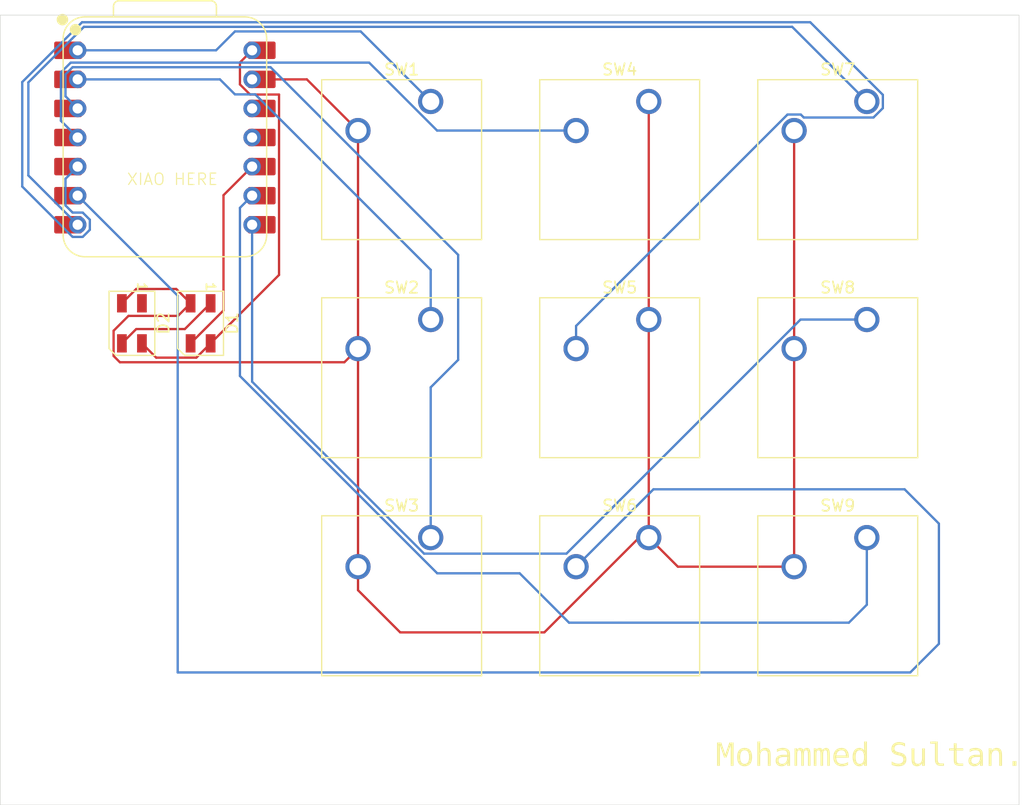
<source format=kicad_pcb>
(kicad_pcb (version 20241229) (generator "pcbnew") (generator_version "9.0")
  (layers (0 "F.Cu" signal) (2 "B.Cu" signal) (13 "F.Paste" user) (15 "B.Paste" user) (5 "F.SilkS" user "F.Silkscreen") (7 "B.SilkS" user "B.Silkscreen") (1 "F.Mask" user) (3 "B.Mask" user) (25 "Edge.Cuts" user))
  (net 0 "")
  (net 1 "+5V")
  (net 2 "Net-(D1-DIN)")
  (net 3 "GND")
  (net 4 "Net-(D1-DOUT)")
  (net 6 "Net-(U1-GPIO26{slash}ADC0{slash}A0)")
  (net 7 "Net-(U1-GPIO27{slash}ADC1{slash}A1)")
  (net 8 "Net-(U1-GPIO28{slash}ADC2{slash}A2)")
  (net 9 "Net-(U1-GPIO29{slash}ADC3{slash}A3)")
  (net 10 "Net-(U1-GPIO6{slash}SDA)")
  (net 11 "Net-(U1-GPIO7{slash}SCL)")
  (net 12 "Net-(U1-GPIO0{slash}TX)")
  (net 13 "Net-(U1-GPIO1{slash}RX)")
  (net 14 "Net-(U1-GPIO2{slash}SCK)")
  (footprint "LED_SMD:LED_SK6812MINI_PLCC4_3.5x3.5mm_P1.75mm" (layer "F.Cu") (at 95.5 90.5 -90)
    (property "Reference" "D2" (at 0 -2.75 90) (layer "F.SilkS"))
    (property "Value" "SK6812MINI")
    (fp_line (start -2.8 2) (end 2.2 2) (stroke (width 0.12)) (layer "F.SilkS"))
    (fp_line (start 2.8 1.4) (end 2.2 2) (stroke (width 0.12)) (layer "F.SilkS"))
    (fp_line (start 2.8 1.4) (end 2.8 -2) (stroke (width 0.12)) (layer "F.SilkS"))
    (fp_line (start -2.8 -2) (end -2.8 2) (stroke (width 0.12)) (layer "F.SilkS"))
    (fp_line (start -2.8 -2) (end 2.8 -2) (stroke (width 0.12)) (layer "F.SilkS"))
    (fp_text user "1" (at -3.2 -0.875 270) (layer "F.SilkS") (effects (font (size 0.8 0.8))))
    (pad "1" smd rect (at -1.75 -0.875 270) (size 1.6 0.85) (layers "F.Cu" "F.Mask" "F.Paste"))
    (pad "2" smd rect (at -1.75 0.875 270) (size 1.6 0.85) (layers "F.Cu" "F.Mask" "F.Paste") (net 3 "GND"))
    (pad "3" smd rect (at 1.75 0.875 270) (size 1.6 0.85) (layers "F.Cu" "F.Mask" "F.Paste") (net 4 "Net-(D1-DOUT)"))
    (pad "4" smd rect (at 1.75 -0.875 270) (size 1.6 0.85) (layers "F.Cu" "F.Mask" "F.Paste") (net 1 "+5V"))
  )
  (footprint "Button_Switch_Keyboard:SW_Cherry_MX_1.00u_PCB" (layer "F.Cu") (at 159.7025 109.22)
    (property "Reference" "SW9" (at -2.54 -2.794 0) (layer "F.SilkS"))
    (property "Value" "SW_Push")
    (fp_line (start -9.525 -1.905) (end 4.445 -1.905) (stroke (width 0.12)) (layer "F.SilkS"))
    (fp_line (start -9.525 12.065) (end -9.525 -1.905) (stroke (width 0.12)) (layer "F.SilkS"))
    (fp_line (start 4.445 -1.905) (end 4.445 12.065) (stroke (width 0.12)) (layer "F.SilkS"))
    (fp_line (start 4.445 12.065) (end -9.525 12.065) (stroke (width 0.12)) (layer "F.SilkS"))
    (pad "" np_thru_hole circle (at -7.62 5.08) (size 1.7 1.7) (drill 1.7) (layers "*.Cu" "*.Mask"))
    (pad "" np_thru_hole circle (at -2.54 5.08) (size 4 4) (drill 4) (layers "*.Cu" "*.Mask"))
    (pad "" np_thru_hole circle (at 2.54 5.08) (size 1.7 1.7) (drill 1.7) (layers "*.Cu" "*.Mask"))
    (pad "1" thru_hole circle (at 0 0) (size 2.2 2.2) (drill 1.5) (layers "*.Cu" "*.Mask") (net 14 "Net-(U1-GPIO2{slash}SCK)"))
    (pad "2" thru_hole circle (at -6.35 2.54) (size 2.2 2.2) (drill 1.5) (layers "*.Cu" "*.Mask") (net 3 "GND"))
  )
  (footprint "LED_SMD:LED_SK6812MINI_PLCC4_3.5x3.5mm_P1.75mm" (layer "F.Cu") (at 101.5 90.5 -90)
    (property "Reference" "D1" (at 0 -2.75 90) (layer "F.SilkS"))
    (property "Value" "SK6812MINI")
    (fp_line (start -2.8 2) (end 2.2 2) (stroke (width 0.12)) (layer "F.SilkS"))
    (fp_line (start 2.8 1.4) (end 2.2 2) (stroke (width 0.12)) (layer "F.SilkS"))
    (fp_line (start 2.8 1.4) (end 2.8 -2) (stroke (width 0.12)) (layer "F.SilkS"))
    (fp_line (start -2.8 -2) (end -2.8 2) (stroke (width 0.12)) (layer "F.SilkS"))
    (fp_line (start -2.8 -2) (end 2.8 -2) (stroke (width 0.12)) (layer "F.SilkS"))
    (fp_text user "1" (at -3.2 -0.875 270) (layer "F.SilkS") (effects (font (size 0.8 0.8))))
    (pad "1" smd rect (at -1.75 -0.875 270) (size 1.6 0.85) (layers "F.Cu" "F.Mask" "F.Paste") (net 4 "Net-(D1-DOUT)"))
    (pad "2" smd rect (at -1.75 0.875 270) (size 1.6 0.85) (layers "F.Cu" "F.Mask" "F.Paste") (net 3 "GND"))
    (pad "3" smd rect (at 1.75 0.875 270) (size 1.6 0.85) (layers "F.Cu" "F.Mask" "F.Paste") (net 2 "Net-(D1-DIN)"))
    (pad "4" smd rect (at 1.75 -0.875 270) (size 1.6 0.85) (layers "F.Cu" "F.Mask" "F.Paste") (net 1 "+5V"))
  )
  (footprint "Button_Switch_Keyboard:SW_Cherry_MX_1.00u_PCB" (layer "F.Cu") (at 140.6525 90.17)
    (property "Reference" "SW5" (at -2.54 -2.794 0) (layer "F.SilkS"))
    (property "Value" "SW_Push")
    (fp_line (start -9.525 -1.905) (end 4.445 -1.905) (stroke (width 0.12)) (layer "F.SilkS"))
    (fp_line (start -9.525 12.065) (end -9.525 -1.905) (stroke (width 0.12)) (layer "F.SilkS"))
    (fp_line (start 4.445 -1.905) (end 4.445 12.065) (stroke (width 0.12)) (layer "F.SilkS"))
    (fp_line (start 4.445 12.065) (end -9.525 12.065) (stroke (width 0.12)) (layer "F.SilkS"))
    (pad "" np_thru_hole circle (at -7.62 5.08) (size 1.7 1.7) (drill 1.7) (layers "*.Cu" "*.Mask"))
    (pad "" np_thru_hole circle (at -2.54 5.08) (size 4 4) (drill 4) (layers "*.Cu" "*.Mask"))
    (pad "" np_thru_hole circle (at 2.54 5.08) (size 1.7 1.7) (drill 1.7) (layers "*.Cu" "*.Mask"))
    (pad "1" thru_hole circle (at 0 0) (size 2.2 2.2) (drill 1.5) (layers "*.Cu" "*.Mask") (net 3 "GND"))
    (pad "2" thru_hole circle (at -6.35 2.54) (size 2.2 2.2) (drill 1.5) (layers "*.Cu" "*.Mask") (net 10 "Net-(U1-GPIO6{slash}SDA)"))
  )
  (footprint "Button_Switch_Keyboard:SW_Cherry_MX_1.00u_PCB" (layer "F.Cu") (at 121.6025 90.17)
    (property "Reference" "SW2" (at -2.54 -2.794 0) (layer "F.SilkS"))
    (property "Value" "SW_Push")
    (fp_line (start -9.525 -1.905) (end 4.445 -1.905) (stroke (width 0.12)) (layer "F.SilkS"))
    (fp_line (start -9.525 12.065) (end -9.525 -1.905) (stroke (width 0.12)) (layer "F.SilkS"))
    (fp_line (start 4.445 -1.905) (end 4.445 12.065) (stroke (width 0.12)) (layer "F.SilkS"))
    (fp_line (start 4.445 12.065) (end -9.525 12.065) (stroke (width 0.12)) (layer "F.SilkS"))
    (pad "" np_thru_hole circle (at -7.62 5.08) (size 1.7 1.7) (drill 1.7) (layers "*.Cu" "*.Mask"))
    (pad "" np_thru_hole circle (at -2.54 5.08) (size 4 4) (drill 4) (layers "*.Cu" "*.Mask"))
    (pad "" np_thru_hole circle (at 2.54 5.08) (size 1.7 1.7) (drill 1.7) (layers "*.Cu" "*.Mask"))
    (pad "1" thru_hole circle (at 0 0) (size 2.2 2.2) (drill 1.5) (layers "*.Cu" "*.Mask") (net 7 "Net-(U1-GPIO27{slash}ADC1{slash}A1)"))
    (pad "2" thru_hole circle (at -6.35 2.54) (size 2.2 2.2) (drill 1.5) (layers "*.Cu" "*.Mask") (net 3 "GND"))
  )
  (footprint "Button_Switch_Keyboard:SW_Cherry_MX_1.00u_PCB" (layer "F.Cu") (at 121.6025 109.22)
    (property "Reference" "SW3" (at -2.54 -2.794 0) (layer "F.SilkS"))
    (property "Value" "SW_Push")
    (fp_line (start -9.525 -1.905) (end 4.445 -1.905) (stroke (width 0.12)) (layer "F.SilkS"))
    (fp_line (start -9.525 12.065) (end -9.525 -1.905) (stroke (width 0.12)) (layer "F.SilkS"))
    (fp_line (start 4.445 -1.905) (end 4.445 12.065) (stroke (width 0.12)) (layer "F.SilkS"))
    (fp_line (start 4.445 12.065) (end -9.525 12.065) (stroke (width 0.12)) (layer "F.SilkS"))
    (pad "" np_thru_hole circle (at -7.62 5.08) (size 1.7 1.7) (drill 1.7) (layers "*.Cu" "*.Mask"))
    (pad "" np_thru_hole circle (at -2.54 5.08) (size 4 4) (drill 4) (layers "*.Cu" "*.Mask"))
    (pad "" np_thru_hole circle (at 2.54 5.08) (size 1.7 1.7) (drill 1.7) (layers "*.Cu" "*.Mask"))
    (pad "1" thru_hole circle (at 0 0) (size 2.2 2.2) (drill 1.5) (layers "*.Cu" "*.Mask") (net 8 "Net-(U1-GPIO28{slash}ADC2{slash}A2)"))
    (pad "2" thru_hole circle (at -6.35 2.54) (size 2.2 2.2) (drill 1.5) (layers "*.Cu" "*.Mask") (net 3 "GND"))
  )
  (footprint "Button_Switch_Keyboard:SW_Cherry_MX_1.00u_PCB" (layer "F.Cu") (at 159.7025 71.12)
    (property "Reference" "SW7" (at -2.54 -2.794 0) (layer "F.SilkS"))
    (property "Value" "SW_Push")
    (fp_line (start -9.525 -1.905) (end 4.445 -1.905) (stroke (width 0.12)) (layer "F.SilkS"))
    (fp_line (start -9.525 12.065) (end -9.525 -1.905) (stroke (width 0.12)) (layer "F.SilkS"))
    (fp_line (start 4.445 -1.905) (end 4.445 12.065) (stroke (width 0.12)) (layer "F.SilkS"))
    (fp_line (start 4.445 12.065) (end -9.525 12.065) (stroke (width 0.12)) (layer "F.SilkS"))
    (pad "" np_thru_hole circle (at -7.62 5.08) (size 1.7 1.7) (drill 1.7) (layers "*.Cu" "*.Mask"))
    (pad "" np_thru_hole circle (at -2.54 5.08) (size 4 4) (drill 4) (layers "*.Cu" "*.Mask"))
    (pad "" np_thru_hole circle (at 2.54 5.08) (size 1.7 1.7) (drill 1.7) (layers "*.Cu" "*.Mask"))
    (pad "1" thru_hole circle (at 0 0) (size 2.2 2.2) (drill 1.5) (layers "*.Cu" "*.Mask") (net 12 "Net-(U1-GPIO0{slash}TX)"))
    (pad "2" thru_hole circle (at -6.35 2.54) (size 2.2 2.2) (drill 1.5) (layers "*.Cu" "*.Mask") (net 3 "GND"))
  )
  (footprint "OPL Lib:XIAO-RP2040-DIP" (layer "F.Cu") (at 98.38 74.2685)
    (property "Reference" "U1" (hide yes))
    (property "Value" "XIAO-RP2040-DIP")
    (fp_line (start -8.89 8.509) (end -8.89 -8.636) (stroke (width 0.127)) (layer "F.SilkS"))
    (fp_line (start -6.985 10.414) (end 6.985 10.414) (stroke (width 0.127)) (layer "F.SilkS"))
    (fp_line (start -4.495 -10.541) (end -4.491272 -11.451272) (stroke (width 0.127)) (layer "F.SilkS"))
    (fp_line (start -3.991272 -11.951) (end 4.004 -11.951) (stroke (width 0.127)) (layer "F.SilkS"))
    (fp_line (start 4.504 -11.451) (end 4.504 -10.541) (stroke (width 0.127)) (layer "F.SilkS"))
    (fp_line (start 6.985 -10.541) (end -6.985 -10.541) (stroke (width 0.1)) (layer "F.SilkS"))
    (fp_line (start 6.985 -10.541) (end -6.985 -10.541) (stroke (width 0.127)) (layer "F.SilkS"))
    (fp_line (start 8.89 8.509) (end 8.89 -8.636) (stroke (width 0.127)) (layer "F.SilkS"))
    (fp_arc (start -8.89 -8.636) (mid -8.332038 -9.983038) (end -6.985 -10.541) (stroke (width 0.127)) (layer "F.SilkS"))
    (fp_arc (start -6.985 10.414) (mid -8.332038 9.856038) (end -8.89 8.509) (stroke (width 0.127)) (layer "F.SilkS"))
    (fp_arc (start -4.491272 -11.451272) (mid -4.344728 -11.80464) (end -3.991272 -11.951) (stroke (width 0.127)) (layer "F.SilkS"))
    (fp_arc (start 4.004 -11.951) (mid 4.357553 -11.804553) (end 4.504 -11.451) (stroke (width 0.127)) (layer "F.SilkS"))
    (fp_arc (start 6.985 -10.541) (mid 8.332038 -9.983038) (end 8.89 -8.636) (stroke (width 0.127)) (layer "F.SilkS"))
    (fp_arc (start 8.89 8.509) (mid 8.332038 9.856038) (end 6.985 10.414) (stroke (width 0.127)) (layer "F.SilkS"))
    (fp_circle (center -8.95 -10.3) (end -8.95 -10.554) (stroke (width 0.5)) (fill yes) (layer "F.SilkS"))
    (fp_circle (center -7.807 -9.42) (end -7.807 -9.674) (stroke (width 0.5)) (fill yes) (layer "F.SilkS"))
    (pad "1" smd roundrect (at -8.455 -7.62 180) (size 2.432 1.524) (layers "F.Cu" "F.Mask") (roundrect_rratio 0.1) (net 6 "Net-(U1-GPIO26{slash}ADC0{slash}A0)"))
    (pad "1" thru_hole circle (at -7.62 -7.62 180) (size 1.524 1.524) (drill 0.889) (layers "*.Cu" "*.Mask") (net 6 "Net-(U1-GPIO26{slash}ADC0{slash}A0)"))
    (pad "2" smd roundrect (at -8.455 -5.08 180) (size 2.432 1.524) (layers "F.Cu" "F.Mask") (roundrect_rratio 0.1) (net 7 "Net-(U1-GPIO27{slash}ADC1{slash}A1)"))
    (pad "2" thru_hole circle (at -7.62 -5.08 180) (size 1.524 1.524) (drill 0.889) (layers "*.Cu" "*.Mask") (net 7 "Net-(U1-GPIO27{slash}ADC1{slash}A1)"))
    (pad "3" smd roundrect (at -8.455 -2.54 180) (size 2.432 1.524) (layers "F.Cu" "F.Mask") (roundrect_rratio 0.1) (net 8 "Net-(U1-GPIO28{slash}ADC2{slash}A2)"))
    (pad "3" thru_hole circle (at -7.62 -2.54 180) (size 1.524 1.524) (drill 0.889) (layers "*.Cu" "*.Mask") (net 8 "Net-(U1-GPIO28{slash}ADC2{slash}A2)"))
    (pad "4" smd roundrect (at -8.455 0 180) (size 2.432 1.524) (layers "F.Cu" "F.Mask") (roundrect_rratio 0.1) (net 9 "Net-(U1-GPIO29{slash}ADC3{slash}A3)"))
    (pad "4" thru_hole circle (at -7.62 0 180) (size 1.524 1.524) (drill 0.889) (layers "*.Cu" "*.Mask") (net 9 "Net-(U1-GPIO29{slash}ADC3{slash}A3)"))
    (pad "5" smd roundrect (at -8.455 2.54 180) (size 2.432 1.524) (layers "F.Cu" "F.Mask") (roundrect_rratio 0.1) (net 10 "Net-(U1-GPIO6{slash}SDA)"))
    (pad "5" thru_hole circle (at -7.62 2.54 180) (size 1.524 1.524) (drill 0.889) (layers "*.Cu" "*.Mask") (net 10 "Net-(U1-GPIO6{slash}SDA)"))
    (pad "6" smd roundrect (at -8.455 5.08 180) (size 2.432 1.524) (layers "F.Cu" "F.Mask") (roundrect_rratio 0.1) (net 11 "Net-(U1-GPIO7{slash}SCL)"))
    (pad "6" thru_hole circle (at -7.62 5.08 180) (size 1.524 1.524) (drill 0.889) (layers "*.Cu" "*.Mask") (net 11 "Net-(U1-GPIO7{slash}SCL)"))
    (pad "7" smd roundrect (at -8.455 7.62 180) (size 2.432 1.524) (layers "F.Cu" "F.Mask") (roundrect_rratio 0.1) (net 12 "Net-(U1-GPIO0{slash}TX)"))
    (pad "7" thru_hole circle (at -7.62 7.62 180) (size 1.524 1.524) (drill 0.889) (layers "*.Cu" "*.Mask") (net 12 "Net-(U1-GPIO0{slash}TX)"))
    (pad "8" thru_hole circle (at 7.62 7.62) (size 1.524 1.524) (drill 0.889) (layers "*.Cu" "*.Mask") (net 13 "Net-(U1-GPIO1{slash}RX)"))
    (pad "8" smd roundrect (at 8.455 7.62) (size 2.432 1.524) (layers "F.Cu" "F.Mask") (roundrect_rratio 0.1) (net 13 "Net-(U1-GPIO1{slash}RX)"))
    (pad "9" thru_hole circle (at 7.62 5.08) (size 1.524 1.524) (drill 0.889) (layers "*.Cu" "*.Mask") (net 14 "Net-(U1-GPIO2{slash}SCK)"))
    (pad "9" smd roundrect (at 8.455 5.08) (size 2.432 1.524) (layers "F.Cu" "F.Mask") (roundrect_rratio 0.1) (net 14 "Net-(U1-GPIO2{slash}SCK)"))
    (pad "10" thru_hole circle (at 7.62 2.54) (size 1.524 1.524) (drill 0.889) (layers "*.Cu" "*.Mask") (net 2 "Net-(D1-DIN)"))
    (pad "10" smd roundrect (at 8.455 2.54) (size 2.432 1.524) (layers "F.Cu" "F.Mask") (roundrect_rratio 0.1) (net 2 "Net-(D1-DIN)"))
    (pad "11" thru_hole circle (at 7.62 0) (size 1.524 1.524) (drill 0.889) (layers "*.Cu" "*.Mask"))
    (pad "11" smd roundrect (at 8.455 0) (size 2.432 1.524) (layers "F.Cu" "F.Mask") (roundrect_rratio 0.1))
    (pad "12" thru_hole circle (at 7.62 -2.54) (size 1.524 1.524) (drill 0.889) (layers "*.Cu" "*.Mask"))
    (pad "12" smd roundrect (at 8.455 -2.54) (size 2.432 1.524) (layers "F.Cu" "F.Mask") (roundrect_rratio 0.1))
    (pad "13" thru_hole circle (at 7.62 -5.08) (size 1.524 1.524) (drill 0.889) (layers "*.Cu" "*.Mask") (net 3 "GND"))
    (pad "13" smd roundrect (at 8.455 -5.08) (size 2.432 1.524) (layers "F.Cu" "F.Mask") (roundrect_rratio 0.1) (net 3 "GND"))
    (pad "14" thru_hole circle (at 7.62 -7.62) (size 1.524 1.524) (drill 0.889) (layers "*.Cu" "*.Mask") (net 1 "+5V"))
    (pad "14" smd roundrect (at 8.455 -7.62) (size 2.432 1.524) (layers "F.Cu" "F.Mask") (roundrect_rratio 0.1) (net 1 "+5V"))
  )
  (footprint "Button_Switch_Keyboard:SW_Cherry_MX_1.00u_PCB" (layer "F.Cu") (at 121.6025 71.12)
    (property "Reference" "SW1" (at -2.54 -2.794 0) (layer "F.SilkS"))
    (property "Value" "SW_Push")
    (fp_line (start -9.525 -1.905) (end 4.445 -1.905) (stroke (width 0.12)) (layer "F.SilkS"))
    (fp_line (start -9.525 12.065) (end -9.525 -1.905) (stroke (width 0.12)) (layer "F.SilkS"))
    (fp_line (start 4.445 -1.905) (end 4.445 12.065) (stroke (width 0.12)) (layer "F.SilkS"))
    (fp_line (start 4.445 12.065) (end -9.525 12.065) (stroke (width 0.12)) (layer "F.SilkS"))
    (pad "" np_thru_hole circle (at -7.62 5.08) (size 1.7 1.7) (drill 1.7) (layers "*.Cu" "*.Mask"))
    (pad "" np_thru_hole circle (at -2.54 5.08) (size 4 4) (drill 4) (layers "*.Cu" "*.Mask"))
    (pad "" np_thru_hole circle (at 2.54 5.08) (size 1.7 1.7) (drill 1.7) (layers "*.Cu" "*.Mask"))
    (pad "1" thru_hole circle (at 0 0) (size 2.2 2.2) (drill 1.5) (layers "*.Cu" "*.Mask") (net 6 "Net-(U1-GPIO26{slash}ADC0{slash}A0)"))
    (pad "2" thru_hole circle (at -6.35 2.54) (size 2.2 2.2) (drill 1.5) (layers "*.Cu" "*.Mask") (net 3 "GND"))
  )
  (footprint "Button_Switch_Keyboard:SW_Cherry_MX_1.00u_PCB" (layer "F.Cu") (at 140.6525 109.22)
    (property "Reference" "SW6" (at -2.54 -2.794 0) (layer "F.SilkS"))
    (property "Value" "SW_Push")
    (fp_line (start -9.525 -1.905) (end 4.445 -1.905) (stroke (width 0.12)) (layer "F.SilkS"))
    (fp_line (start -9.525 12.065) (end -9.525 -1.905) (stroke (width 0.12)) (layer "F.SilkS"))
    (fp_line (start 4.445 -1.905) (end 4.445 12.065) (stroke (width 0.12)) (layer "F.SilkS"))
    (fp_line (start 4.445 12.065) (end -9.525 12.065) (stroke (width 0.12)) (layer "F.SilkS"))
    (pad "" np_thru_hole circle (at -7.62 5.08) (size 1.7 1.7) (drill 1.7) (layers "*.Cu" "*.Mask"))
    (pad "" np_thru_hole circle (at -2.54 5.08) (size 4 4) (drill 4) (layers "*.Cu" "*.Mask"))
    (pad "" np_thru_hole circle (at 2.54 5.08) (size 1.7 1.7) (drill 1.7) (layers "*.Cu" "*.Mask"))
    (pad "1" thru_hole circle (at 0 0) (size 2.2 2.2) (drill 1.5) (layers "*.Cu" "*.Mask") (net 3 "GND"))
    (pad "2" thru_hole circle (at -6.35 2.54) (size 2.2 2.2) (drill 1.5) (layers "*.Cu" "*.Mask") (net 11 "Net-(U1-GPIO7{slash}SCL)"))
  )
  (footprint "Button_Switch_Keyboard:SW_Cherry_MX_1.00u_PCB" (layer "F.Cu") (at 159.7025 90.17)
    (property "Reference" "SW8" (at -2.54 -2.794 0) (layer "F.SilkS"))
    (property "Value" "SW_Push")
    (fp_line (start -9.525 -1.905) (end 4.445 -1.905) (stroke (width 0.12)) (layer "F.SilkS"))
    (fp_line (start -9.525 12.065) (end -9.525 -1.905) (stroke (width 0.12)) (layer "F.SilkS"))
    (fp_line (start 4.445 -1.905) (end 4.445 12.065) (stroke (width 0.12)) (layer "F.SilkS"))
    (fp_line (start 4.445 12.065) (end -9.525 12.065) (stroke (width 0.12)) (layer "F.SilkS"))
    (pad "" np_thru_hole circle (at -7.62 5.08) (size 1.7 1.7) (drill 1.7) (layers "*.Cu" "*.Mask"))
    (pad "" np_thru_hole circle (at -2.54 5.08) (size 4 4) (drill 4) (layers "*.Cu" "*.Mask"))
    (pad "" np_thru_hole circle (at 2.54 5.08) (size 1.7 1.7) (drill 1.7) (layers "*.Cu" "*.Mask"))
    (pad "1" thru_hole circle (at 0 0) (size 2.2 2.2) (drill 1.5) (layers "*.Cu" "*.Mask") (net 13 "Net-(U1-GPIO1{slash}RX)"))
    (pad "2" thru_hole circle (at -6.35 2.54) (size 2.2 2.2) (drill 1.5) (layers "*.Cu" "*.Mask") (net 3 "GND"))
  )
  (footprint "Button_Switch_Keyboard:SW_Cherry_MX_1.00u_PCB" (layer "F.Cu") (at 140.6525 71.12)
    (property "Reference" "SW4" (at -2.54 -2.794 0) (layer "F.SilkS"))
    (property "Value" "SW_Push")
    (fp_line (start -9.525 -1.905) (end 4.445 -1.905) (stroke (width 0.12)) (layer "F.SilkS"))
    (fp_line (start -9.525 12.065) (end -9.525 -1.905) (stroke (width 0.12)) (layer "F.SilkS"))
    (fp_line (start 4.445 -1.905) (end 4.445 12.065) (stroke (width 0.12)) (layer "F.SilkS"))
    (fp_line (start 4.445 12.065) (end -9.525 12.065) (stroke (width 0.12)) (layer "F.SilkS"))
    (pad "" np_thru_hole circle (at -7.62 5.08) (size 1.7 1.7) (drill 1.7) (layers "*.Cu" "*.Mask"))
    (pad "" np_thru_hole circle (at -2.54 5.08) (size 4 4) (drill 4) (layers "*.Cu" "*.Mask"))
    (pad "" np_thru_hole circle (at 2.54 5.08) (size 1.7 1.7) (drill 1.7) (layers "*.Cu" "*.Mask"))
    (pad "1" thru_hole circle (at 0 0) (size 2.2 2.2) (drill 1.5) (layers "*.Cu" "*.Mask") (net 3 "GND"))
    (pad "2" thru_hole circle (at -6.35 2.54) (size 2.2 2.2) (drill 1.5) (layers "*.Cu" "*.Mask") (net 9 "Net-(U1-GPIO29{slash}ADC3{slash}A3)"))
  )
  (gr_rect (start 84 63.575) (end 173 132.575) (stroke (width 0.05)) (fill no) (layer "Edge.Cuts"))
  (gr_text "Mohammed Sultan." (at 146.5 129.5 0) (layer "F.SilkS") (effects (font (size 2 2) (thickness 0.1)) (justify left bottom)))
  (gr_text "XIAO HERE" (at 95 78.5 0) (layer "F.SilkS") (effects (font (size 1 1) (thickness 0.1)) (justify left bottom)))
  (segment (start 108.352 86.273) (end 108.352 70.512874) (width 0.2) (layer "F.Cu") (net 1))
  (segment (start 96.375 92.25) (end 97.625 93.5) (width 0.2) (layer "F.Cu") (net 1))
  (segment (start 102.375 92.25) (end 108.352 86.273) (width 0.2) (layer "F.Cu") (net 1))
  (segment (start 101.125 93.5) (end 102.375 92.25) (width 0.2) (layer "F.Cu") (net 1))
  (segment (start 108.352 70.512874) (end 105.821064 70.512874) (width 0.2) (layer "F.Cu") (net 1))
  (segment (start 105.821064 70.512874) (end 104.937 69.62881) (width 0.2) (layer "F.Cu") (net 1))
  (segment (start 97.625 93.5) (end 101.125 93.5) (width 0.2) (layer "F.Cu") (net 1))
  (segment (start 104.937 67.7115) (end 106 66.6485) (width 0.2) (layer "F.Cu") (net 1))
  (segment (start 104.937 69.62881) (end 104.937 67.7115) (width 0.2) (layer "F.Cu") (net 1))
  (segment (start 103.5 79.3085) (end 106 76.8085) (width 0.2) (layer "F.Cu") (net 2))
  (segment (start 103.5 89.375) (end 103.5 79.3085) (width 0.2) (layer "F.Cu") (net 2))
  (segment (start 100.625 92.25) (end 103.5 89.375) (width 0.2) (layer "F.Cu") (net 2))
  (segment (start 99.524 89.851) (end 95.197 89.851) (width 0.2) (layer "F.Cu") (net 3))
  (segment (start 95.197 89.851) (end 93.899 91.149) (width 0.2) (layer "F.Cu") (net 3))
  (segment (start 139.81097 109.22) (end 131.53097 117.5) (width 0.2) (layer "F.Cu") (net 3))
  (segment (start 118.937684 117.5) (end 115.2525 113.814816) (width 0.2) (layer "F.Cu") (net 3))
  (segment (start 100.625 88.75) (end 99.524 89.851) (width 0.2) (layer "F.Cu") (net 3))
  (segment (start 153.3525 111.76) (end 153.3525 92.71) (width 0.2) (layer "F.Cu") (net 3))
  (segment (start 140.6525 71.12) (end 140.6525 90.17) (width 0.2) (layer "F.Cu") (net 3))
  (segment (start 94.625 88.75) (end 95.875 87.5) (width 0.2) (layer "F.Cu") (net 3))
  (segment (start 115.2525 113.814816) (end 115.2525 111.76) (width 0.2) (layer "F.Cu") (net 3))
  (segment (start 99.375 87.5) (end 100.625 88.75) (width 0.2) (layer "F.Cu") (net 3))
  (segment (start 153.3525 73.66) (end 153.3525 92.71) (width 0.2) (layer "F.Cu") (net 3))
  (segment (start 131.53097 117.5) (end 118.937684 117.5) (width 0.2) (layer "F.Cu") (net 3))
  (segment (start 95.875 87.5) (end 99.375 87.5) (width 0.2) (layer "F.Cu") (net 3))
  (segment (start 153.3525 111.76) (end 143.1925 111.76) (width 0.2) (layer "F.Cu") (net 3))
  (segment (start 140.6525 109.22) (end 139.81097 109.22) (width 0.2) (layer "F.Cu") (net 3))
  (segment (start 143.1925 111.76) (end 140.6525 109.22) (width 0.2) (layer "F.Cu") (net 3))
  (segment (start 114.0615 93.901) (end 115.2525 92.71) (width 0.2) (layer "F.Cu") (net 3))
  (segment (start 115.2525 73.66) (end 110.781 69.1885) (width 0.2) (layer "F.Cu") (net 3))
  (segment (start 115.2525 73.66) (end 115.2525 92.71) (width 0.2) (layer "F.Cu") (net 3))
  (segment (start 115.2525 111.76) (end 115.2525 92.71) (width 0.2) (layer "F.Cu") (net 3))
  (segment (start 110.781 69.1885) (end 106 69.1885) (width 0.2) (layer "F.Cu") (net 3))
  (segment (start 93.899 93.351) (end 94.449 93.901) (width 0.2) (layer "F.Cu") (net 3))
  (segment (start 94.449 93.901) (end 114.0615 93.901) (width 0.2) (layer "F.Cu") (net 3))
  (segment (start 93.899 91.149) (end 93.899 93.351) (width 0.2) (layer "F.Cu") (net 3))
  (segment (start 140.6525 90.17) (end 140.6525 109.22) (width 0.2) (layer "F.Cu") (net 3))
  (segment (start 100.125 91) (end 102.375 88.75) (width 0.2) (layer "F.Cu") (net 4))
  (segment (start 94.625 92.25) (end 95.875 91) (width 0.2) (layer "F.Cu") (net 4))
  (segment (start 95.875 91) (end 100.125 91) (width 0.2) (layer "F.Cu") (net 4))
  (segment (start 115.4825 65) (end 121.6025 71.12) (width 0.2) (layer "B.Cu") (net 6))
  (segment (start 102.8515 66.6485) (end 104.5 65) (width 0.2) (layer "B.Cu") (net 6))
  (segment (start 104.5 65) (end 115.4825 65) (width 0.2) (layer "B.Cu") (net 6))
  (segment (start 90.76 66.6485) (end 102.8515 66.6485) (width 0.2) (layer "B.Cu") (net 6))
  (segment (start 103.1885 69.1885) (end 104.5 70.5) (width 0.2) (layer "B.Cu") (net 7))
  (segment (start 106.27481 70.5) (end 121.6025 85.82769) (width 0.2) (layer "B.Cu") (net 7))
  (segment (start 121.6025 85.82769) (end 121.6025 90.17) (width 0.2) (layer "B.Cu") (net 7))
  (segment (start 104.5 70.5) (end 106.27481 70.5) (width 0.2) (layer "B.Cu") (net 7))
  (segment (start 90.76 69.1885) (end 103.1885 69.1885) (width 0.2) (layer "B.Cu") (net 7))
  (segment (start 89.697 70.6655) (end 89.697 68.74819) (width 0.2) (layer "B.Cu") (net 8))
  (segment (start 124 93.69403) (end 121.6025 96.09153) (width 0.2) (layer "B.Cu") (net 8))
  (segment (start 124 84.51903) (end 124 93.69403) (width 0.2) (layer "B.Cu") (net 8))
  (segment (start 107.60647 68.1255) (end 124 84.51903) (width 0.2) (layer "B.Cu") (net 8))
  (segment (start 89.697 68.74819) (end 90.31969 68.1255) (width 0.2) (layer "B.Cu") (net 8))
  (segment (start 90.31969 68.1255) (end 107.60647 68.1255) (width 0.2) (layer "B.Cu") (net 8))
  (segment (start 90.76 71.7285) (end 89.697 70.6655) (width 0.2) (layer "B.Cu") (net 8))
  (segment (start 121.6025 96.09153) (end 121.6025 109.22) (width 0.2) (layer "B.Cu") (net 8))
  (segment (start 116.2245 67.7245) (end 122.16 73.66) (width 0.2) (layer "B.Cu") (net 9))
  (segment (start 90.15359 67.7245) (end 116.2245 67.7245) (width 0.2) (layer "B.Cu") (net 9))
  (segment (start 89.296 72.8045) (end 89.296 68.58209) (width 0.2) (layer "B.Cu") (net 9))
  (segment (start 122.16 73.66) (end 134.3025 73.66) (width 0.2) (layer "B.Cu") (net 9))
  (segment (start 90.76 74.2685) (end 89.296 72.8045) (width 0.2) (layer "B.Cu") (net 9))
  (segment (start 89.296 68.58209) (end 90.15359 67.7245) (width 0.2) (layer "B.Cu") (net 9))
  (segment (start 153.932814 72.259) (end 152.772186 72.259) (width 0.2) (layer "B.Cu") (net 10))
  (segment (start 134.3025 90.728686) (end 134.3025 92.71) (width 0.2) (layer "B.Cu") (net 10))
  (segment (start 89.697 80.20281) (end 90.31969 80.8255) (width 0.2) (layer "B.Cu") (net 10))
  (segment (start 90.31969 80.8255) (end 91.20031 80.8255) (width 0.2) (layer "B.Cu") (net 10))
  (segment (start 161.1035 70.539686) (end 161.1035 71.700314) (width 0.2) (layer "B.Cu") (net 10))
  (segment (start 90.31969 82.9515) (end 85.919045 78.550855) (width 0.2) (layer "B.Cu") (net 10))
  (segment (start 91.14009 64.198) (end 154.761814 64.198) (width 0.2) (layer "B.Cu") (net 10))
  (segment (start 90.76 76.8085) (end 89.697 77.8715) (width 0.2) (layer "B.Cu") (net 10))
  (segment (start 152.772186 72.259) (end 134.3025 90.728686) (width 0.2) (layer "B.Cu") (net 10))
  (segment (start 91.20031 82.9515) (end 90.31969 82.9515) (width 0.2) (layer "B.Cu") (net 10))
  (segment (start 89.697 77.8715) (end 89.697 80.20281) (width 0.2) (layer "B.Cu") (net 10))
  (segment (start 85.919045 78.550855) (end 85.919045 69.419045) (width 0.2) (layer "B.Cu") (net 10))
  (segment (start 91.823 82.32881) (end 91.20031 82.9515) (width 0.2) (layer "B.Cu") (net 10))
  (segment (start 154.761814 64.198) (end 161.1035 70.539686) (width 0.2) (layer "B.Cu") (net 10))
  (segment (start 91.823 81.44819) (end 91.823 82.32881) (width 0.2) (layer "B.Cu") (net 10))
  (segment (start 161.1035 71.700314) (end 160.282814 72.521) (width 0.2) (layer "B.Cu") (net 10))
  (segment (start 154.194814 72.521) (end 153.932814 72.259) (width 0.2) (layer "B.Cu") (net 10))
  (segment (start 91.20031 80.8255) (end 91.823 81.44819) (width 0.2) (layer "B.Cu") (net 10))
  (segment (start 85.919045 69.419045) (end 91.14009 64.198) (width 0.2) (layer "B.Cu") (net 10))
  (segment (start 160.282814 72.521) (end 154.194814 72.521) (width 0.2) (layer "B.Cu") (net 10))
  (segment (start 141.0625 105) (end 134.3025 111.76) (width 0.2) (layer "B.Cu") (net 11))
  (segment (start 163 105) (end 141.0625 105) (width 0.2) (layer "B.Cu") (net 11))
  (segment (start 99.5 88.0885) (end 99.5 121) (width 0.2) (layer "B.Cu") (net 11))
  (segment (start 99.5 121) (end 163.5 121) (width 0.2) (layer "B.Cu") (net 11))
  (segment (start 163.5 121) (end 166 118.5) (width 0.2) (layer "B.Cu") (net 11))
  (segment (start 90.76 79.3485) (end 99.5 88.0885) (width 0.2) (layer "B.Cu") (net 11))
  (segment (start 166 118.5) (end 166 108) (width 0.2) (layer "B.Cu") (net 11))
  (segment (start 166 108) (end 163 105) (width 0.2) (layer "B.Cu") (net 11))
  (segment (start 153.1815 64.599) (end 159.7025 71.12) (width 0.2) (layer "B.Cu") (net 12))
  (segment (start 86.452595 69.452595) (end 91.30619 64.599) (width 0.2) (layer "B.Cu") (net 12))
  (segment (start 86.452595 77.581095) (end 86.452595 69.452595) (width 0.2) (layer "B.Cu") (net 12))
  (segment (start 90.76 81.8885) (end 86.452595 77.581095) (width 0.2) (layer "B.Cu") (net 12))
  (segment (start 91.30619 64.599) (end 153.1815 64.599) (width 0.2) (layer "B.Cu") (net 12))
  (segment (start 133.460186 110.621) (end 153.911186 90.17) (width 0.2) (layer "B.Cu") (net 13))
  (segment (start 153.911186 90.17) (end 159.7025 90.17) (width 0.2) (layer "B.Cu") (net 13))
  (segment (start 106 95.598814) (end 121.022186 110.621) (width 0.2) (layer "B.Cu") (net 13))
  (segment (start 106 81.8885) (end 106 95.598814) (width 0.2) (layer "B.Cu") (net 13))
  (segment (start 121.022186 110.621) (end 133.460186 110.621) (width 0.2) (layer "B.Cu") (net 13))
  (segment (start 104.937 95.102914) (end 122.1744 112.340314) (width 0.2) (layer "B.Cu") (net 14))
  (segment (start 159.7025 115.084816) (end 159.7025 109.22) (width 0.2) (layer "B.Cu") (net 14))
  (segment (start 122.1744 112.340314) (end 129.374344 112.340314) (width 0.2) (layer "B.Cu") (net 14))
  (segment (start 158.136316 116.651) (end 159.7025 115.084816) (width 0.2) (layer "B.Cu") (net 14))
  (segment (start 129.374344 112.340314) (end 133.68503 116.651) (width 0.2) (layer "B.Cu") (net 14))
  (segment (start 106 79.3485) (end 104.937 80.4115) (width 0.2) (layer "B.Cu") (net 14))
  (segment (start 104.937 80.4115) (end 104.937 95.102914) (width 0.2) (layer "B.Cu") (net 14))
  (segment (start 133.68503 116.651) (end 158.136316 116.651) (width 0.2) (layer "B.Cu") (net 14))
)
</source>
